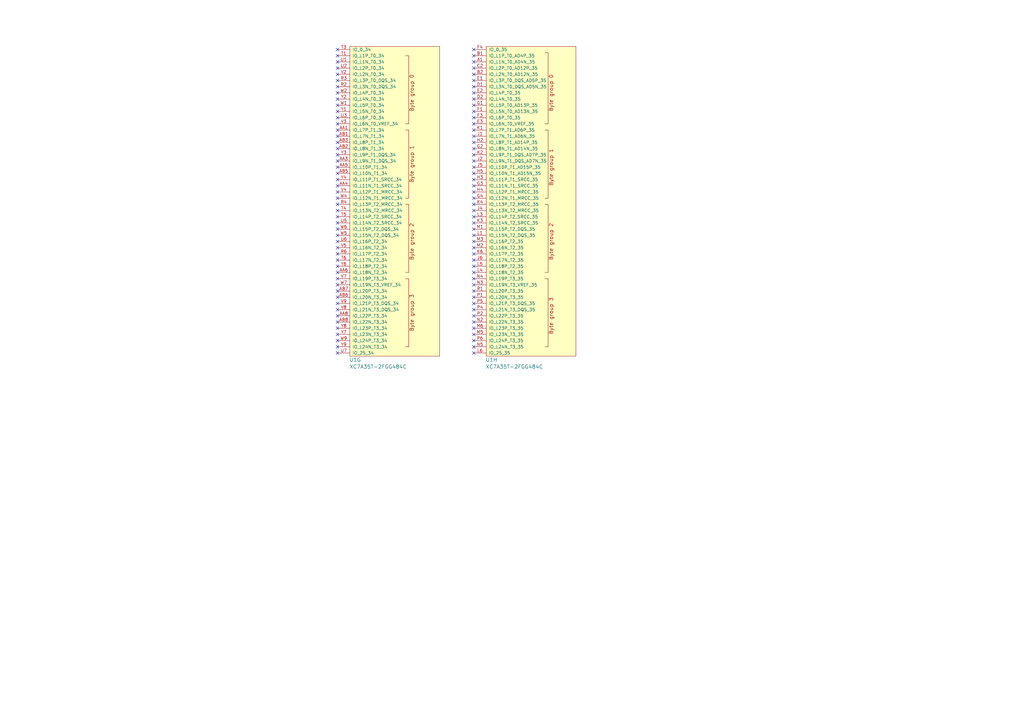
<source format=kicad_sch>
(kicad_sch (version 20231120) (generator "eeschema") (generator_version "8.0")
  (paper "A3")
  (title_block (title "Andrew D. Zonenberg") (date "2025-01-20") (rev "0.1") (company "Antikernel Labs"))
  (lib_symbols
    (symbol "xilinx-azonenberg:XC7AxxxT-xFBG484" (pin_names (offset 1.016))
      (property "Reference" "U" (at 0 -2.54 0))
      (property "Value" "XC7AxxxT-xFBG484" (at 27.94 -2.54 0))
      (symbol "XC7AxxxT-xFBG484_0_1"
        (rectangle (start 0 125.73) (end 36.83 -1.27) (fill (type background)))
      )
      (symbol "XC7AxxxT-xFBG484_1_1"
        (pin output line (at -5.08 17.78 0) (length 5.08) (name "DONE") (number "G11"))
        (pin power_in line (at -5.08 58.42 0) (length 5.08) (name "XADC_VP") (number "L10"))
        (pin bidirectional line (at -5.08 22.86 0) (length 5.08) (name "CCLK") (number "L12"))
        (pin power_in line (at -5.08 48.26 0) (length 5.08) (name "XADC_VREF_N") (number "L9"))
        (pin power_in line (at -5.08 50.8 0) (length 5.08) (name "XADC_VREF_P") (number "M10"))
        (pin power_in line (at -5.08 55.88 0) (length 5.08) (name "XADC_VN") (number "M9"))
        (pin passive line (at -5.08 40.64 0) (length 5.08) (name "THERMAL_D_P") (number "N10"))
        (pin input line (at -5.08 12.7 0) (length 5.08) (name "PROG_B") (number "N12"))
        (pin passive line (at -5.08 43.18 0) (length 5.08) (name "THERMAL_D_N") (number "N9"))
        (pin input line (at -5.08 30.48 0) (length 5.08) (name "TDI") (number "R13"))
        (pin input line (at -5.08 27.94 0) (length 5.08) (name "TMS") (number "T13"))
        (pin input line (at -5.08 2.54 0) (length 5.08) (name "M1") (number "U10"))
        (pin input line (at -5.08 5.08 0) (length 5.08) (name "M0") (number "U11"))
        (pin bidirectional line (at -5.08 15.24 0) (length 5.08) (name "INIT_B") (number "U12"))
        (pin output line (at -5.08 33.02 0) (length 5.08) (name "TDO") (number "U13"))
        (pin input line (at -5.08 7.62 0) (length 5.08) (name "CFGBVS") (number "U8"))
        (pin input line (at -5.08 0 0) (length 5.08) (name "M2") (number "U9"))
        (pin input line (at -5.08 35.56 0) (length 5.08) (name "TCK") (number "V12"))
      )
      (symbol "XC7AxxxT-xFBG484_2_0"
        (polyline (pts (xy 12.7 43.18) (xy 13.97 43.18) (xy 13.97 29.21) (xy 12.7 29.21)))
        (polyline (pts (xy 12.7 60.96) (xy 13.97 60.96) (xy 13.97 48.26) (xy 12.7 48.26)))
        (polyline (pts (xy 12.7 124.46) (xy 13.97 124.46) (xy 13.97 66.04) (xy 12.7 66.04)))
        (text "1.0V" (at 15.24 93.98 900) (effects (font (size 1.524 1.524))))
        (text "1.2V" (at 15.24 54.61 900) (effects (font (size 1.524 1.524))))
        (text "1.5V" (at 15.24 13.97 0) (effects (font (size 1.524 1.524))))
        (text "1.8V" (at 15.24 35.56 900) (effects (font (size 1.524 1.524))))
      )
      (symbol "XC7AxxxT-xFBG484_2_1"
        (pin power_in line (at 41.91 52.07 180) (length 5.08) (name "VCCO_16") (number "A17"))
        (pin power_in line (at 41.91 105.41 180) (length 5.08) (name "VCCO_13") (number "AA17"))
        (pin power_in line (at 41.91 34.29 180) (length 5.08) (name "VCCO_34") (number "AA7"))
        (pin power_in line (at 41.91 107.95 180) (length 5.08) (name "VCCO_13") (number "AB14"))
        (pin power_in line (at 41.91 36.83 180) (length 5.08) (name "VCCO_34") (number "AB4"))
        (pin power_in line (at -5.08 58.42 0) (length 5.08) (name "MGTAVTT") (number "B11"))
        (pin power_in line (at 41.91 54.61 180) (length 5.08) (name "VCCO_16") (number "B14"))
        (pin power_in line (at -5.08 48.26 0) (length 5.08) (name "MGTAVTT") (number "B5"))
        (pin power_in line (at -5.08 50.8 0) (length 5.08) (name "MGTAVTT") (number "B7"))
        (pin power_in line (at -5.08 55.88 0) (length 5.08) (name "MGTAVTT") (number "B9"))
        (pin power_in line (at 41.91 16.51 180) (length 5.08) (name "VCCO_35") (number "C1"))
        (pin power_in line (at 41.91 57.15 180) (length 5.08) (name "VCCO_16") (number "C21"))
        (pin power_in line (at -5.08 60.96 0) (length 5.08) (name "MGTAVTT") (number "C4"))
        (pin power_in line (at -5.08 53.34 0) (length 5.08) (name "MGTAVTT") (number "C8"))
        (pin power_in line (at -5.08 68.58 0) (length 5.08) (name "MGTAVCC") (number "D10"))
        (pin power_in line (at 41.91 59.69 180) (length 5.08) (name "VCCO_16") (number "D18"))
        (pin power_in line (at -5.08 66.04 0) (length 5.08) (name "MGTAVCC") (number "D6"))
        (pin power_in line (at -5.08 13.97 0) (length 5.08) (name "VCCBATT") (number "E12"))
        (pin power_in line (at 41.91 62.23 180) (length 5.08) (name "VCCO_16") (number "E15"))
        (pin power_in line (at -5.08 73.66 0) (length 5.08) (name "MGTAVCC") (number "E8"))
        (pin power_in line (at 41.91 120.65 180) (length 5.08) (name "VCCO_0") (number "F12"))
        (pin power_in line (at 41.91 19.05 180) (length 5.08) (name "VCCO_35") (number "F2"))
        (pin power_in line (at 41.91 64.77 180) (length 5.08) (name "VCCO_16") (number "F22"))
        (pin power_in line (at -5.08 76.2 0) (length 5.08) (name "MGTAVCC") (number "F7"))
        (pin power_in line (at -5.08 71.12 0) (length 5.08) (name "MGTAVCC") (number "F9"))
        (pin power_in line (at 41.91 69.85 180) (length 5.08) (name "VCCO_15") (number "G19"))
        (pin power_in line (at -5.08 91.44 0) (length 5.08) (name "VCCINT") (number "H10"))
        (pin power_in line (at -5.08 33.02 0) (length 5.08) (name "VCCAUX") (number "H12"))
        (pin power_in line (at 41.91 72.39 180) (length 5.08) (name "VCCO_15") (number "H16"))
        (pin power_in line (at 41.91 21.59 180) (length 5.08) (name "VCCO_35") (number "H6"))
        (pin power_in line (at -5.08 93.98 0) (length 5.08) (name "VCCINT") (number "H8"))
        (pin power_in line (at -5.08 81.28 0) (length 5.08) (name "VCCBRAM") (number "J11"))
        (pin power_in line (at 41.91 74.93 180) (length 5.08) (name "VCCO_15") (number "J13"))
        (pin power_in line (at 41.91 24.13 180) (length 5.08) (name "VCCO_35") (number "J3"))
        (pin power_in line (at -5.08 96.52 0) (length 5.08) (name "VCCINT") (number "J7"))
        (pin power_in line (at -5.08 99.06 0) (length 5.08) (name "VCCINT") (number "J9"))
        (pin power_in line (at -5.08 29.21 0) (length 5.08) (name "VCCADC") (number "K10"))
        (pin power_in line (at -5.08 35.56 0) (length 5.08) (name "VCCAUX") (number "K12"))
        (pin power_in line (at 41.91 77.47 180) (length 5.08) (name "VCCO_15") (number "K20"))
        (pin power_in line (at -5.08 104.14 0) (length 5.08) (name "VCCINT") (number "K8"))
        (pin power_in line (at -5.08 83.82 0) (length 5.08) (name "VCCBRAM") (number "L11"))
        (pin power_in line (at 41.91 80.01 180) (length 5.08) (name "VCCO_15") (number "L17"))
        (pin power_in line (at -5.08 101.6 0) (length 5.08) (name "VCCINT") (number "L7"))
        (pin power_in line (at -5.08 38.1 0) (length 5.08) (name "VCCAUX") (number "M12"))
        (pin power_in line (at 41.91 87.63 180) (length 5.08) (name "VCCO_14") (number "M14"))
        (pin power_in line (at 41.91 26.67 180) (length 5.08) (name "VCCO_35") (number "M4"))
        (pin power_in line (at -5.08 106.68 0) (length 5.08) (name "VCCINT") (number "M8"))
        (pin power_in line (at 41.91 29.21 180) (length 5.08) (name "VCCO_35") (number "N1"))
        (pin power_in line (at -5.08 86.36 0) (length 5.08) (name "VCCBRAM") (number "N11"))
        (pin power_in line (at 41.91 82.55 180) (length 5.08) (name "VCCO_15") (number "N21"))
        (pin power_in line (at -5.08 109.22 0) (length 5.08) (name "VCCINT") (number "N7"))
        (pin power_in line (at -5.08 114.3 0) (length 5.08) (name "VCCINT") (number "P10"))
        (pin power_in line (at -5.08 40.64 0) (length 5.08) (name "VCCAUX") (number "P12"))
        (pin power_in line (at 41.91 90.17 180) (length 5.08) (name "VCCO_14") (number "P18"))
        (pin power_in line (at -5.08 111.76 0) (length 5.08) (name "VCCINT") (number "P8"))
        (pin power_in line (at -5.08 43.18 0) (length 5.08) (name "VCCAUX") (number "R11"))
        (pin power_in line (at 41.91 92.71 180) (length 5.08) (name "VCCO_14") (number "R15"))
        (pin power_in line (at 41.91 39.37 180) (length 5.08) (name "VCCO_34") (number "R5"))
        (pin power_in line (at -5.08 116.84 0) (length 5.08) (name "VCCINT") (number "R7"))
        (pin power_in line (at -5.08 119.38 0) (length 5.08) (name "VCCINT") (number "R9"))
        (pin power_in line (at -5.08 121.92 0) (length 5.08) (name "VCCINT") (number "T10"))
        (pin power_in line (at 41.91 123.19 180) (length 5.08) (name "VCCO_0") (number "T12"))
        (pin power_in line (at 41.91 41.91 180) (length 5.08) (name "VCCO_34") (number "T2"))
        (pin power_in line (at 41.91 95.25 180) (length 5.08) (name "VCCO_14") (number "T22"))
        (pin power_in line (at -5.08 124.46 0) (length 5.08) (name "VCCINT") (number "T8"))
        (pin power_in line (at 41.91 97.79 180) (length 5.08) (name "VCCO_14") (number "U19"))
        (pin power_in line (at 41.91 110.49 180) (length 5.08) (name "VCCO_13") (number "V16"))
        (pin power_in line (at 41.91 44.45 180) (length 5.08) (name "VCCO_34") (number "V6"))
        (pin power_in line (at 41.91 113.03 180) (length 5.08) (name "VCCO_13") (number "W13"))
        (pin power_in line (at 41.91 46.99 180) (length 5.08) (name "VCCO_34") (number "W3"))
        (pin power_in line (at 41.91 115.57 180) (length 5.08) (name "VCCO_13") (number "Y10"))
        (pin power_in line (at 41.91 100.33 180) (length 5.08) (name "VCCO_14") (number "Y20"))
      )
      (symbol "XC7AxxxT-xFBG484_3_0"
        (text "Byte group 0" (at 25.4 107.95 900) (effects (font (size 1.524 1.524))))
        (text "Byte group 1" (at 25.4 77.47 900) (effects (font (size 1.524 1.524))))
        (text "Byte group 2" (at 25.4 46.99 900) (effects (font (size 1.524 1.524))))
      )
      (symbol "XC7AxxxT-xFBG484_3_1"
        (polyline (pts (xy 22.86 60.96) (xy 24.13 60.96) (xy 24.13 33.02) (xy 22.86 33.02)))
        (polyline (pts (xy 22.86 91.44) (xy 24.13 91.44) (xy 24.13 63.5) (xy 22.86 63.5)))
        (polyline (pts (xy 22.86 121.92) (xy 24.13 121.92) (xy 24.13 93.98) (xy 22.86 93.98)))
        (pin bidirectional line (at -5.08 81.28 0) (length 5.08) (name "IO_L9P_T1_DQS_13") (number "AA10"))
        (pin bidirectional line (at -5.08 78.74 0) (length 5.08) (name "IO_L9N_T1_DQS_13") (number "AA11"))
        (pin bidirectional line (at -5.08 111.76 0) (length 5.08) (name "IO_L3P_T0_DQS_13") (number "AA13"))
        (pin bidirectional line (at -5.08 99.06 0) (length 5.08) (name "IO_L5N_T0_13") (number "AA14"))
        (pin bidirectional line (at -5.08 106.68 0) (length 5.08) (name "IO_L4P_T0_13") (number "AA15"))
        (pin bidirectional line (at -5.08 119.38 0) (length 5.08) (name "IO_L1N_T0_13") (number "AA16"))
        (pin bidirectional line (at -5.08 86.36 0) (length 5.08) (name "IO_L8P_T1_13") (number "AA9"))
        (pin bidirectional line (at -5.08 83.82 0) (length 5.08) (name "IO_L8N_T1_13") (number "AB10"))
        (pin bidirectional line (at -5.08 91.44 0) (length 5.08) (name "IO_L7P_T1_13") (number "AB11"))
        (pin bidirectional line (at -5.08 88.9 0) (length 5.08) (name "IO_L7N_T1_13") (number "AB12"))
        (pin bidirectional line (at -5.08 109.22 0) (length 5.08) (name "IO_L3N_T0_DQS_13") (number "AB13"))
        (pin bidirectional line (at -5.08 104.14 0) (length 5.08) (name "IO_L4N_T0_13") (number "AB15"))
        (pin bidirectional line (at -5.08 116.84 0) (length 5.08) (name "IO_L2P_T0_13") (number "AB16"))
        (pin bidirectional line (at -5.08 114.3 0) (length 5.08) (name "IO_L2N_T0_13") (number "AB17"))
        (pin bidirectional line (at -5.08 50.8 0) (length 5.08) (name "IO_L15P_T2_DQS_13") (number "T14"))
        (pin bidirectional line (at -5.08 48.26 0) (length 5.08) (name "IO_L15N_T2_DQS_13") (number "T15"))
        (pin bidirectional line (at -5.08 40.64 0) (length 5.08) (name "IO_L17P_T2_13") (number "T16"))
        (pin bidirectional line (at -5.08 55.88 0) (length 5.08) (name "IO_L14P_T2_SRCC_13") (number "U15"))
        (pin bidirectional line (at -5.08 38.1 0) (length 5.08) (name "IO_L17N_T2_13") (number "U16"))
        (pin bidirectional line (at -5.08 76.2 0) (length 5.08) (name "IO_L10_PT1_13") (number "V10"))
        (pin bidirectional line (at -5.08 60.96 0) (length 5.08) (name "IO_L13P_T2_MRCC_13") (number "V13"))
        (pin bidirectional line (at -5.08 58.42 0) (length 5.08) (name "IO_L13N_T2_MRCC_13") (number "V14"))
        (pin bidirectional line (at -5.08 53.34 0) (length 5.08) (name "IO_L14N_T2_SRCC_13") (number "V15"))
        (pin bidirectional line (at -5.08 73.66 0) (length 5.08) (name "IO_L10N_T1_13") (number "W10"))
        (pin bidirectional line (at -5.08 66.04 0) (length 5.08) (name "IO_L12P_T1_MRCC_13") (number "W11"))
        (pin bidirectional line (at -5.08 63.5 0) (length 5.08) (name "IO_12N_T1_MRCC_13") (number "W12"))
        (pin bidirectional line (at -5.08 96.52 0) (length 5.08) (name "IO_L6P_T0_13") (number "W14"))
        (pin bidirectional line (at -5.08 45.72 0) (length 5.08) (name "IO_L16P_T2_13") (number "W15"))
        (pin bidirectional line (at -5.08 43.18 0) (length 5.08) (name "IO_L16N_T2_13") (number "W16"))
        (pin bidirectional line (at -5.08 71.12 0) (length 5.08) (name "IO_L11P_T1_SRCC_13") (number "Y11"))
        (pin bidirectional line (at -5.08 68.58 0) (length 5.08) (name "IO_L11N_T1_SRCC_13") (number "Y12"))
        (pin bidirectional line (at -5.08 101.6 0) (length 5.08) (name "IO_L5P_T0_13") (number "Y13"))
        (pin bidirectional line (at -5.08 93.98 0) (length 5.08) (name "IO_L6N_T0_VREF_13") (number "Y14"))
        (pin bidirectional line (at -5.08 121.92 0) (length 5.08) (name "IO_L1P_T0_13") (number "Y16"))
        (pin bidirectional line (at -5.08 124.46 0) (length 5.08) (name "IO_0_13") (number "Y17"))
      )
      (symbol "XC7AxxxT-xFBG484_4_0"
        (text "Byte group 0" (at 34.29 106.68 900) (effects (font (size 1.524 1.524))))
        (text "Byte group 1" (at 34.29 77.47 900) (effects (font (size 1.524 1.524))))
        (text "Byte group 2" (at 34.29 46.99 900) (effects (font (size 1.524 1.524))))
        (text "Byte group 3" (at 34.29 16.51 900) (effects (font (size 1.524 1.524))))
      )
      (symbol "XC7AxxxT-xFBG484_4_1"
        (polyline (pts (xy 31.75 30.48) (xy 33.02 30.48) (xy 33.02 2.54) (xy 31.75 2.54)))
        (polyline (pts (xy 31.75 60.96) (xy 33.02 60.96) (xy 33.02 33.02) (xy 31.75 33.02)))
        (polyline (pts (xy 31.75 91.44) (xy 33.02 91.44) (xy 33.02 63.5) (xy 31.75 63.5)))
        (polyline (pts (xy 31.75 121.92) (xy 33.02 121.92) (xy 33.02 93.98) (xy 31.75 93.98)))
        (pin bidirectional line (at -5.08 40.64 0) (length 5.08) (name "IO_L17P_T2_A14_D30_14") (number "AA18"))
        (pin bidirectional line (at -5.08 50.8 0) (length 5.08) (name "IO_L15P_T2_DQS_RDWR_B_14") (number "AA19"))
        (pin bidirectional line (at -5.08 86.36 0) (length 5.08) (name "IO_L8P_T1_D11_14") (number "AA20"))
        (pin bidirectional line (at -5.08 83.82 0) (length 5.08) (name "IO_L8N_T1_D12_14") (number "AA21"))
        (pin bidirectional line (at -5.08 38.1 0) (length 5.08) (name "IO_L17N_T2_A13_D29_14") (number "AB18"))
        (pin bidirectional line (at -5.08 48.26 0) (length 5.08) (name "IO_L15N_T2_DQS_DOUT_CSO_B_14") (number "AB20"))
        (pin bidirectional line (at -5.08 76.2 0) (length 5.08) (name "IO_L10P_T1_D14_14") (number "AB21"))
        (pin bidirectional line (at -5.08 73.66 0) (length 5.08) (name "IO_L10N_T1_D15_14") (number "AB22"))
        (pin bidirectional line (at -5.08 10.16 0) (length 5.08) (name "IO_L23P_T3_A03_D19_14") (number "N13"))
        (pin bidirectional line (at -5.08 7.62 0) (length 5.08) (name "IO_L23N_T3_A02_D18_14") (number "N14"))
        (pin bidirectional line (at -5.08 0 0) (length 5.08) (name "IO_25_14") (number "N15"))
        (pin bidirectional line (at -5.08 20.32 0) (length 5.08) (name "IO_L21P_T3_DQS_14") (number "N17"))
        (pin bidirectional line (at -5.08 30.48 0) (length 5.08) (name "IO_L19P_T3_A10_D26_14") (number "P14"))
        (pin bidirectional line (at -5.08 15.24 0) (length 5.08) (name "IO_L22P_T3_A05_D21_14") (number "P15"))
        (pin bidirectional line (at -5.08 5.08 0) (length 5.08) (name "IO_L24P_T3_A01_D17_14") (number "P16"))
        (pin bidirectional line (at -5.08 17.78 0) (length 5.08) (name "IO_L21N_T3_DQS_A06_D22_14") (number "P17"))
        (pin bidirectional line (at -5.08 101.6 0) (length 5.08) (name "IO_L5P_T0_D06_14") (number "P19"))
        (pin bidirectional line (at -5.08 124.46 0) (length 5.08) (name "IO_0_14") (number "P20"))
        (pin bidirectional line (at -5.08 116.84 0) (length 5.08) (name "IO_L2P_T0_D02_14") (number "P21"))
        (pin bidirectional line (at -5.08 121.92 0) (length 5.08) (name "IO_L1P_T0_D00_MOSI_14") (number "P22"))
        (pin bidirectional line (at -5.08 27.94 0) (length 5.08) (name "IO_L19N_T3_A09_D25_VREF_14") (number "R14"))
        (pin bidirectional line (at -5.08 12.7 0) (length 5.08) (name "IO_L22N_T3_A04_D20_14") (number "R16"))
        (pin bidirectional line (at -5.08 2.54 0) (length 5.08) (name "IO_L24N_T3_A00_D16_14") (number "R17"))
        (pin bidirectional line (at -5.08 25.4 0) (length 5.08) (name "IO_L20P_T3_A08_D24_14") (number "R18"))
        (pin bidirectional line (at -5.08 99.06 0) (length 5.08) (name "IO_L5N_T0_D07_14") (number "R19"))
        (pin bidirectional line (at -5.08 114.3 0) (length 5.08) (name "IO_L2N_T0_D03_14") (number "R21"))
        (pin bidirectional line (at -5.08 119.38 0) (length 5.08) (name "IO_L1N_T0_D01_DIN_14") (number "R22"))
        (pin bidirectional line (at -5.08 22.86 0) (length 5.08) (name "IO_L20N_T3_A07_D23_14") (number "T18"))
        (pin bidirectional line (at -5.08 96.52 0) (length 5.08) (name "IO_L6P_T0_FCS_B_14") (number "T19"))
        (pin bidirectional line (at -5.08 93.98 0) (length 5.08) (name "IO_L6N_T0_D08_VREF_14") (number "T20"))
        (pin bidirectional line (at -5.08 106.68 0) (length 5.08) (name "IO_L4P_T0_D04_14") (number "T21"))
        (pin bidirectional line (at -5.08 35.56 0) (length 5.08) (name "IO_L18P_T2_A12_D28_14") (number "U17"))
        (pin bidirectional line (at -5.08 33.02 0) (length 5.08) (name "IO_L18N_T2_A11_D27_14") (number "U18"))
        (pin bidirectional line (at -5.08 71.12 0) (length 5.08) (name "IO_L11P_T1_SRCC_14") (number "U20"))
        (pin bidirectional line (at -5.08 104.14 0) (length 5.08) (name "IO_L4N_T0_D05_14") (number "U21"))
        (pin bidirectional line (at -5.08 111.76 0) (length 5.08) (name "IO_L3P_T0_DQS_PUDC_B_14") (number "U22"))
        (pin bidirectional line (at -5.08 45.72 0) (length 5.08) (name "IO_L16P_T2_CSI_B_14") (number "V17"))
        (pin bidirectional line (at -5.08 55.88 0) (length 5.08) (name "IO_L14P_T2_SRCC_14") (number "V18"))
        (pin bidirectional line (at -5.08 53.34 0) (length 5.08) (name "IO_L14N_T2_SRCC_14") (number "V19"))
        (pin bidirectional line (at -5.08 68.58 0) (length 5.08) (name "IO_L11N_T1_SRCC_14") (number "V20"))
        (pin bidirectional line (at -5.08 109.22 0) (length 5.08) (name "IO_L3N_T0_DQS_EMCCLK_14") (number "V22"))
        (pin bidirectional line (at -5.08 43.18 0) (length 5.08) (name "IO_L16N_T2_A15_D31_14") (number "W17"))
        (pin bidirectional line (at -5.08 66.04 0) (length 5.08) (name "IO_L12P_T1_MRCC_14") (number "W19"))
        (pin bidirectional line (at -5.08 63.5 0) (length 5.08) (name "IO_L12N_T1_MRCC_14") (number "W20"))
        (pin bidirectional line (at -5.08 91.44 0) (length 5.08) (name "IO_L7P_T1_D09_14") (number "W21"))
        (pin bidirectional line (at -5.08 88.9 0) (length 5.08) (name "IO_L7N_T1_D10_14") (number "W22"))
        (pin bidirectional line (at -5.08 60.96 0) (length 5.08) (name "IO_L13P_T2_MRCC_14") (number "Y18"))
        (pin bidirectional line (at -5.08 58.42 0) (length 5.08) (name "IO_L13N_T2_MRCC_14") (number "Y19"))
        (pin bidirectional line (at -5.08 81.28 0) (length 5.08) (name "IO_L9P_T1_DQS_14") (number "Y21"))
        (pin bidirectional line (at -5.08 78.74 0) (length 5.08) (name "IO_L9N_T1_DQS_D13_14") (number "Y22"))
      )
      (symbol "XC7AxxxT-xFBG484_5_0"
        (text "Byte group 0" (at 31.75 106.68 900) (effects (font (size 1.524 1.524))))
        (text "Byte group 1" (at 31.75 76.2 900) (effects (font (size 1.524 1.524))))
        (text "Byte group 2" (at 31.75 45.72 900) (effects (font (size 1.524 1.524))))
        (text "Byte group 3" (at 31.75 15.24 900) (effects (font (size 1.524 1.524))))
      )
      (symbol "XC7AxxxT-xFBG484_5_1"
        (polyline (pts (xy 29.21 29.21) (xy 30.48 29.21) (xy 30.48 1.27) (xy 29.21 1.27)))
        (polyline (pts (xy 29.21 59.69) (xy 30.48 59.69) (xy 30.48 31.75) (xy 29.21 31.75)))
        (polyline (pts (xy 29.21 90.17) (xy 30.48 90.17) (xy 30.48 62.23) (xy 29.21 62.23)))
        (polyline (pts (xy 29.21 121.92) (xy 30.48 121.92) (xy 30.48 92.71) (xy 29.21 92.71)))
        (pin bidirectional line (at -5.08 119.38 0) (length 5.08) (name "IO_L1N_T0_AD0N_15") (number "G13"))
        (pin bidirectional line (at -5.08 116.84 0) (length 5.08) (name "IO_L2P_T0_AD8P_15") (number "G15"))
        (pin bidirectional line (at -5.08 114.3 0) (length 5.08) (name "IO_L2N_T0_AD8N_15") (number "G16"))
        (pin bidirectional line (at -5.08 106.68 0) (length 5.08) (name "IO_L4P_T0_AD9P_15") (number "G17"))
        (pin bidirectional line (at -5.08 104.14 0) (length 5.08) (name "IO_L4N_T0_AD9N_15") (number "G18"))
        (pin bidirectional line (at -5.08 83.82 0) (length 5.08) (name "IO_L8N_T1_AD10N_15") (number "G20"))
        (pin bidirectional line (at -5.08 121.92 0) (length 5.08) (name "IO_L1P_T0_AD0P_15") (number "H13"))
        (pin bidirectional line (at -5.08 109.22 0) (length 5.08) (name "IO_L3N_T0_DQS_AD1N_15") (number "H14"))
        (pin bidirectional line (at -5.08 99.06 0) (length 5.08) (name "IO_L5N_T0_AD9N_15") (number "H15"))
        (pin bidirectional line (at -5.08 96.52 0) (length 5.08) (name "IO_L6P_T0_15") (number "H17"))
        (pin bidirectional line (at -5.08 93.98 0) (length 5.08) (name "IO_L6N_T0_VREF_15") (number "H18"))
        (pin bidirectional line (at -5.08 63.5 0) (length 5.08) (name "IO_L12N_T1_MRCC_15") (number "H19"))
        (pin bidirectional line (at -5.08 86.36 0) (length 5.08) (name "IO_L8P_T1_AD10P_15") (number "H20"))
        (pin bidirectional line (at -5.08 88.9 0) (length 5.08) (name "IO_L7N_T1_AD2N_15") (number "H22"))
        (pin bidirectional line (at -5.08 111.76 0) (length 5.08) (name "IO_L3P_T0_DQS_AD1P_15") (number "J14"))
        (pin bidirectional line (at -5.08 101.6 0) (length 5.08) (name "IO_L5P_T0_AD9P_15") (number "J15"))
        (pin bidirectional line (at -5.08 124.46 0) (length 5.08) (name "IO_0_15") (number "J16"))
        (pin bidirectional line (at -5.08 17.78 0) (length 5.08) (name "IO_L21N_T3_DQS_A18_15") (number "J17"))
        (pin bidirectional line (at -5.08 66.04 0) (length 5.08) (name "IO_L12P_T1_MRCC_15") (number "J19"))
        (pin bidirectional line (at -5.08 71.12 0) (length 5.08) (name "IO_L11P_T1_SRCC_15") (number "J20"))
        (pin bidirectional line (at -5.08 68.58 0) (length 5.08) (name "IO_L11N_T1_SRCC_15") (number "J21"))
        (pin bidirectional line (at -5.08 91.44 0) (length 5.08) (name "IO_L7P_T1_AD2P_15") (number "J22"))
        (pin bidirectional line (at -5.08 30.48 0) (length 5.08) (name "IO_L19P_T3_A22_15") (number "K13"))
        (pin bidirectional line (at -5.08 27.94 0) (length 5.08) (name "IO_L19N_T3_A21_VREF_15") (number "K14"))
        (pin bidirectional line (at -5.08 7.62 0) (length 5.08) (name "IO_L23N_T3_FWE_B_15") (number "K16"))
        (pin bidirectional line (at -5.08 20.32 0) (length 5.08) (name "IO_L21P_T3_DQS_15") (number "K17"))
        (pin bidirectional line (at -5.08 60.96 0) (length 5.08) (name "IO_L13P_T2_MRCC_15") (number "K18"))
        (pin bidirectional line (at -5.08 58.42 0) (length 5.08) (name "IO_L13N_T2_MRCC_15") (number "K19"))
        (pin bidirectional line (at -5.08 81.28 0) (length 5.08) (name "IO_L9P_T1_DQS_AD3P_15") (number "K21"))
        (pin bidirectional line (at -5.08 78.74 0) (length 5.08) (name "IO_L9N_T1_DQS_AD3N_15") (number "K22"))
        (pin bidirectional line (at -5.08 22.86 0) (length 5.08) (name "IO_L20N_T3_A19_15") (number "L13"))
        (pin bidirectional line (at -5.08 15.24 0) (length 5.08) (name "IO_L22P_T3_A17_15") (number "L14"))
        (pin bidirectional line (at -5.08 12.7 0) (length 5.08) (name "IO_L22N_T3_A16_15") (number "L15"))
        (pin bidirectional line (at -5.08 10.16 0) (length 5.08) (name "IO_L23P_T3_FOE_B_15") (number "L16"))
        (pin bidirectional line (at -5.08 43.18 0) (length 5.08) (name "IO_L16N_T2_A27_15") (number "L18"))
        (pin bidirectional line (at -5.08 55.88 0) (length 5.08) (name "IO_L14P_T2_SRCC_15") (number "L19"))
        (pin bidirectional line (at -5.08 53.34 0) (length 5.08) (name "IO_L14N_T2_SRCC_15") (number "L20"))
        (pin bidirectional line (at -5.08 73.66 0) (length 5.08) (name "IO_L10N_T1_AD11N_15") (number "L21"))
        (pin bidirectional line (at -5.08 25.4 0) (length 5.08) (name "IO_L20P_T3_A20_15") (number "M13"))
        (pin bidirectional line (at -5.08 5.08 0) (length 5.08) (name "IO_L24P_T3_RS1_15") (number "M15"))
        (pin bidirectional line (at -5.08 2.54 0) (length 5.08) (name "IO_L24N_T3_RS0_15") (number "M16"))
        (pin bidirectional line (at -5.08 0 0) (length 5.08) (name "IO_25_15") (number "M17"))
        (pin bidirectional line (at -5.08 45.72 0) (length 5.08) (name "IO_L16P_T2_A28_15") (number "M18"))
        (pin bidirectional line (at -5.08 33.02 0) (length 5.08) (name "IO_L18N_T2_A23_15") (number "M20"))
        (pin bidirectional line (at -5.08 76.2 0) (length 5.08) (name "IO_L10P_T1_AD11P_15") (number "M21"))
        (pin bidirectional line (at -5.08 48.26 0) (length 5.08) (name "IO_L15N_T2_DQS_ADV_B_15") (number "M22"))
        (pin bidirectional line (at -5.08 40.64 0) (length 5.08) (name "IO_L17P_T2_A26_15") (number "N18"))
        (pin bidirectional line (at -5.08 38.1 0) (length 5.08) (name "IO_L17N_T2_A25_15") (number "N19"))
        (pin bidirectional line (at -5.08 35.56 0) (length 5.08) (name "IO_L18P_T2_A24_15") (number "N20"))
        (pin bidirectional line (at -5.08 50.8 0) (length 5.08) (name "IO_L15P_T2_DQS_15") (number "N22"))
      )
      (symbol "XC7AxxxT-xFBG484_6_0"
        (text "Byte group 0" (at 26.67 106.68 900) (effects (font (size 1.524 1.524))))
        (text "Byte group 1" (at 26.67 77.47 900) (effects (font (size 1.524 1.524))))
        (text "Byte group 2" (at 26.67 46.99 900) (effects (font (size 1.524 1.524))))
        (text "Byte group 3" (at 26.67 16.51 900) (effects (font (size 1.524 1.524))))
      )
      (symbol "XC7AxxxT-xFBG484_6_1"
        (polyline (pts (xy 24.13 30.48) (xy 25.4 30.48) (xy 25.4 2.54) (xy 24.13 2.54)))
        (polyline (pts (xy 24.13 60.96) (xy 25.4 60.96) (xy 25.4 33.02) (xy 24.13 33.02)))
        (polyline (pts (xy 24.13 91.44) (xy 25.4 91.44) (xy 25.4 63.5) (xy 24.13 63.5)))
        (polyline (pts (xy 24.13 93.98) (xy 25.4 93.98) (xy 25.4 121.92) (xy 24.13 121.92)))
        (pin bidirectional line (at -5.08 76.2 0) (length 5.08) (name "IO_L10P_T1_16") (number "A13"))
        (pin bidirectional line (at -5.08 73.66 0) (length 5.08) (name "IO_L10N_T1_16") (number "A14"))
        (pin bidirectional line (at -5.08 81.28 0) (length 5.08) (name "IO_L9P_T1_DQS_16") (number "A15"))
        (pin bidirectional line (at -5.08 78.74 0) (length 5.08) (name "IO_L9N_T1_DQS_16") (number "A16"))
        (pin bidirectional line (at -5.08 40.64 0) (length 5.08) (name "IO_L17P_T2_16") (number "A18"))
        (pin bidirectional line (at -5.08 38.1 0) (length 5.08) (name "IO_L17N_T2_16") (number "A19"))
        (pin bidirectional line (at -5.08 43.18 0) (length 5.08) (name "IO_L16N_T2_16") (number "A20"))
        (pin bidirectional line (at -5.08 17.78 0) (length 5.08) (name "IO_L21N_T3_DQS_16") (number "A21"))
        (pin bidirectional line (at -5.08 83.82 0) (length 5.08) (name "IO_L8N_T1_16") (number "B13"))
        (pin bidirectional line (at -5.08 91.44 0) (length 5.08) (name "IO_L7P_T1_16") (number "B15"))
        (pin bidirectional line (at -5.08 88.9 0) (length 5.08) (name "IO_L7N_T1_16") (number "B16"))
        (pin bidirectional line (at -5.08 71.12 0) (length 5.08) (name "IO_L11P_T1_SRCC_16") (number "B17"))
        (pin bidirectional line (at -5.08 68.58 0) (length 5.08) (name "IO_L11N_T1_SRCC_16") (number "B18"))
        (pin bidirectional line (at -5.08 45.72 0) (length 5.08) (name "IO_L16P_T2_16") (number "B20"))
        (pin bidirectional line (at -5.08 20.32 0) (length 5.08) (name "IO_L21P_T3_DQS_16") (number "B21"))
        (pin bidirectional line (at -5.08 22.86 0) (length 5.08) (name "IO_L20N_T3_16") (number "B22"))
        (pin bidirectional line (at -5.08 86.36 0) (length 5.08) (name "IO_L8P_T1_16") (number "C13"))
        (pin bidirectional line (at -5.08 111.76 0) (length 5.08) (name "IO_L3P_T0_DQS_16") (number "C14"))
        (pin bidirectional line (at -5.08 109.22 0) (length 5.08) (name "IO_L3N_T0_DQS_16") (number "C15"))
        (pin bidirectional line (at -5.08 63.5 0) (length 5.08) (name "IO_L12N_T1_MRCC_16") (number "C17"))
        (pin bidirectional line (at -5.08 60.96 0) (length 5.08) (name "IO_L13P_T2_MRCC_16") (number "C18"))
        (pin bidirectional line (at -5.08 58.42 0) (length 5.08) (name "IO_L13N_T2_MRCC_16") (number "C19"))
        (pin bidirectional line (at -5.08 27.94 0) (length 5.08) (name "IO_L19N_T3_VREF_16") (number "C20"))
        (pin bidirectional line (at -5.08 25.4 0) (length 5.08) (name "IO_L20P_T3_16") (number "C22"))
        (pin bidirectional line (at -5.08 96.52 0) (length 5.08) (name "IO_L6P_T0_16") (number "D14"))
        (pin bidirectional line (at -5.08 93.98 0) (length 5.08) (name "IO_L6N_T0_VREF_16") (number "D15"))
        (pin bidirectional line (at -5.08 99.06 0) (length 5.08) (name "IO_L5N_T0_16") (number "D16"))
        (pin bidirectional line (at -5.08 66.04 0) (length 5.08) (name "IO_L12P_T1_MRCC_16") (number "D17"))
        (pin bidirectional line (at -5.08 53.34 0) (length 5.08) (name "IO_L14N_T2_SRCC_16") (number "D19"))
        (pin bidirectional line (at -5.08 30.48 0) (length 5.08) (name "IO_L19P_T3_16") (number "D20"))
        (pin bidirectional line (at -5.08 7.62 0) (length 5.08) (name "IO_L23N_T3_16") (number "D21"))
        (pin bidirectional line (at -5.08 12.7 0) (length 5.08) (name "IO_L22N_T3_16") (number "D22"))
        (pin bidirectional line (at -5.08 106.68 0) (length 5.08) (name "IO_L4P_T0_16") (number "E13"))
        (pin bidirectional line (at -5.08 104.14 0) (length 5.08) (name "IO_L4N_T0_16") (number "E14"))
        (pin bidirectional line (at -5.08 101.6 0) (length 5.08) (name "IO_L5P_T0_16") (number "E16"))
        (pin bidirectional line (at -5.08 114.3 0) (length 5.08) (name "IO_L2N_T0_16") (number "E17"))
        (pin bidirectional line (at -5.08 48.26 0) (length 5.08) (name "IO_L15N_T2_DQS_16") (number "E18"))
        (pin bidirectional line (at -5.08 55.88 0) (length 5.08) (name "IO_L14P_T2_SRCC_16") (number "E19"))
        (pin bidirectional line (at -5.08 10.16 0) (length 5.08) (name "IO_L23P_T3_16") (number "E21"))
        (pin bidirectional line (at -5.08 15.24 0) (length 5.08) (name "IO_L22P_T3_16") (number "E22"))
        (pin bidirectional line (at -5.08 121.92 0) (length 5.08) (name "IO_L1P_T0_16") (number "F13"))
        (pin bidirectional line (at -5.08 119.38 0) (length 5.08) (name "IO_L1N_T0_16") (number "F14"))
        (pin bidirectional line (at -5.08 124.46 0) (length 5.08) (name "IO_0_16") (number "F15"))
        (pin bidirectional line (at -5.08 116.84 0) (length 5.08) (name "IO_L2P_T0_16") (number "F16"))
        (pin bidirectional line (at -5.08 50.8 0) (length 5.08) (name "IO_L15P_T2_DQS_16") (number "F18"))
        (pin bidirectional line (at -5.08 35.56 0) (length 5.08) (name "IO_L18P_T2_16") (number "F19"))
        (pin bidirectional line (at -5.08 33.02 0) (length 5.08) (name "IO_L18N_T2_16") (number "F20"))
        (pin bidirectional line (at -5.08 0 0) (length 5.08) (name "IO_25_16") (number "F21"))
        (pin bidirectional line (at -5.08 5.08 0) (length 5.08) (name "IO_L24P_T3_16") (number "G21"))
        (pin bidirectional line (at -5.08 2.54 0) (length 5.08) (name "IO_L24N_T3_16") (number "G22"))
      )
      (symbol "XC7AxxxT-xFBG484_7_0"
        (text "Byte group 0" (at 25.4 106.68 900) (effects (font (size 1.524 1.524))))
        (text "Byte group 1" (at 25.4 77.47 900) (effects (font (size 1.524 1.524))))
        (text "Byte group 2" (at 25.4 45.72 900) (effects (font (size 1.524 1.524))))
        (text "Byte group 3" (at 25.4 16.51 900) (effects (font (size 1.524 1.524))))
      )
      (symbol "XC7AxxxT-xFBG484_7_1"
        (polyline (pts (xy 22.86 30.48) (xy 24.13 30.48) (xy 24.13 2.54) (xy 22.86 2.54)))
        (polyline (pts (xy 22.86 60.96) (xy 24.13 60.96) (xy 24.13 33.02) (xy 22.86 33.02)))
        (polyline (pts (xy 22.86 91.44) (xy 24.13 91.44) (xy 24.13 63.5) (xy 22.86 63.5)))
        (polyline (pts (xy 22.86 121.92) (xy 24.13 121.92) (xy 24.13 93.98) (xy 22.86 93.98)))
        (pin bidirectional line (at -5.08 91.44 0) (length 5.08) (name "IO_L7P_T1_34") (number "AA1"))
        (pin bidirectional line (at -5.08 78.74 0) (length 5.08) (name "IO_L9N_T1_DQS_34") (number "AA3"))
        (pin bidirectional line (at -5.08 68.58 0) (length 5.08) (name "IO_L11N_T1_SRCC_34") (number "AA4"))
        (pin bidirectional line (at -5.08 76.2 0) (length 5.08) (name "IO_L10P_T1_34") (number "AA5"))
        (pin bidirectional line (at -5.08 33.02 0) (length 5.08) (name "IO_L18N_T2_34") (number "AA6"))
        (pin bidirectional line (at -5.08 15.24 0) (length 5.08) (name "IO_L22P_T3_34") (number "AA8"))
        (pin bidirectional line (at -5.08 88.9 0) (length 5.08) (name "IO_L7N_T1_34") (number "AB1"))
        (pin bidirectional line (at -5.08 83.82 0) (length 5.08) (name "IO_L8N_T1_34") (number "AB2"))
        (pin bidirectional line (at -5.08 86.36 0) (length 5.08) (name "IO_L8P_T1_34") (number "AB3"))
        (pin bidirectional line (at -5.08 73.66 0) (length 5.08) (name "IO_L10N_T1_34") (number "AB5"))
        (pin bidirectional line (at -5.08 22.86 0) (length 5.08) (name "IO_L20N_T3_34") (number "AB6"))
        (pin bidirectional line (at -5.08 25.4 0) (length 5.08) (name "IO_L20P_T3_34") (number "AB7"))
        (pin bidirectional line (at -5.08 12.7 0) (length 5.08) (name "IO_L22N_T3_34") (number "AB8"))
        (pin bidirectional line (at -5.08 109.22 0) (length 5.08) (name "IO_L3N_T0_DQS_34") (number "R2"))
        (pin bidirectional line (at -5.08 111.76 0) (length 5.08) (name "IO_L3P_T0_DQS_34") (number "R3"))
        (pin bidirectional line (at -5.08 60.96 0) (length 5.08) (name "IO_L13P_T2_MRCC_34") (number "R4"))
        (pin bidirectional line (at -5.08 40.64 0) (length 5.08) (name "IO_L17P_T2_34") (number "R6"))
        (pin bidirectional line (at -5.08 121.92 0) (length 5.08) (name "IO_L1P_T0_34") (number "T1"))
        (pin bidirectional line (at -5.08 124.46 0) (length 5.08) (name "IO_0_34") (number "T3"))
        (pin bidirectional line (at -5.08 58.42 0) (length 5.08) (name "IO_L13N_T2_MRCC_34") (number "T4"))
        (pin bidirectional line (at -5.08 55.88 0) (length 5.08) (name "IO_L14P_T2_SRCC_34") (number "T5"))
        (pin bidirectional line (at -5.08 38.1 0) (length 5.08) (name "IO_L17N_T2_34") (number "T6"))
        (pin bidirectional line (at -5.08 119.38 0) (length 5.08) (name "IO_L1N_T0_34") (number "U1"))
        (pin bidirectional line (at -5.08 116.84 0) (length 5.08) (name "IO_L2P_T0_34") (number "U2"))
        (pin bidirectional line (at -5.08 96.52 0) (length 5.08) (name "IO_L6P_T0_34") (number "U3"))
        (pin bidirectional line (at -5.08 53.34 0) (length 5.08) (name "IO_L14N_T2_SRCC_34") (number "U5"))
        (pin bidirectional line (at -5.08 45.72 0) (length 5.08) (name "IO_L16P_T2_34") (number "U6"))
        (pin bidirectional line (at -5.08 0 0) (length 5.08) (name "IO_25_34") (number "U7"))
        (pin bidirectional line (at -5.08 114.3 0) (length 5.08) (name "IO_L2N_T0_34") (number "V2"))
        (pin bidirectional line (at -5.08 93.98 0) (length 5.08) (name "IO_L6N_T0_VREF_34") (number "V3"))
        (pin bidirectional line (at -5.08 66.04 0) (length 5.08) (name "IO_L12P_T1_MRCC_34") (number "V4"))
        (pin bidirectional line (at -5.08 43.18 0) (length 5.08) (name "IO_L16N_T2_34") (number "V5"))
        (pin bidirectional line (at -5.08 30.48 0) (length 5.08) (name "IO_L19P_T3_34") (number "V7"))
        (pin bidirectional line (at -5.08 17.78 0) (length 5.08) (name "IO_L21N_T3_DQS_34") (number "V8"))
        (pin bidirectional line (at -5.08 20.32 0) (length 5.08) (name "IO_L21P_T3_DQS_34") (number "V9"))
        (pin bidirectional line (at -5.08 101.6 0) (length 5.08) (name "IO_L5P_T0_34") (number "W1"))
        (pin bidirectional line (at -5.08 106.68 0) (length 5.08) (name "IO_L4P_T0_34") (number "W2"))
        (pin bidirectional line (at -5.08 63.5 0) (length 5.08) (name "IO_L12N_T1_MRCC_34") (number "W4"))
        (pin bidirectional line (at -5.08 48.26 0) (length 5.08) (name "IO_L15N_T2_DQS_34") (number "W5"))
        (pin bidirectional line (at -5.08 50.8 0) (length 5.08) (name "IO_L15P_T2_DQS_34") (number "W6"))
        (pin bidirectional line (at -5.08 27.94 0) (length 5.08) (name "IO_L19N_T3_VREF_34") (number "W7"))
        (pin bidirectional line (at -5.08 5.08 0) (length 5.08) (name "IO_L24P_T3_34") (number "W9"))
        (pin bidirectional line (at -5.08 99.06 0) (length 5.08) (name "IO_L5N_T0_34") (number "Y1"))
        (pin bidirectional line (at -5.08 104.14 0) (length 5.08) (name "IO_L4N_T0_34") (number "Y2"))
        (pin bidirectional line (at -5.08 81.28 0) (length 5.08) (name "IO_L9P_T1_DQS_34") (number "Y3"))
        (pin bidirectional line (at -5.08 71.12 0) (length 5.08) (name "IO_L11P_T1_SRCC_34") (number "Y4"))
        (pin bidirectional line (at -5.08 35.56 0) (length 5.08) (name "IO_L18P_T2_34") (number "Y6"))
        (pin bidirectional line (at -5.08 7.62 0) (length 5.08) (name "IO_L23N_T3_34") (number "Y7"))
        (pin bidirectional line (at -5.08 10.16 0) (length 5.08) (name "IO_L23P_T3_34") (number "Y8"))
        (pin bidirectional line (at -5.08 2.54 0) (length 5.08) (name "IO_L24N_T3_34") (number "Y9"))
      )
      (symbol "XC7AxxxT-xFBG484_8_0"
        (text "Byte group 0" (at 26.67 106.68 900) (effects (font (size 1.524 1.524))))
        (text "Byte group 1" (at 26.67 76.2 900) (effects (font (size 1.524 1.524))))
        (text "Byte group 2" (at 26.67 45.72 900) (effects (font (size 1.524 1.524))))
        (text "Byte group 3" (at 26.67 15.24 900) (effects (font (size 1.524 1.524))))
      )
      (symbol "XC7AxxxT-xFBG484_8_1"
        (polyline (pts (xy 24.13 30.48) (xy 25.4 30.48) (xy 25.4 2.54) (xy 24.13 2.54)))
        (polyline (pts (xy 24.13 60.96) (xy 25.4 60.96) (xy 25.4 33.02) (xy 24.13 33.02)))
        (polyline (pts (xy 24.13 91.44) (xy 25.4 91.44) (xy 25.4 63.5) (xy 24.13 63.5)))
        (polyline (pts (xy 24.13 123.19) (xy 25.4 123.19) (xy 25.4 93.98) (xy 24.13 93.98)))
        (pin bidirectional line (at -5.08 119.38 0) (length 5.08) (name "IO_L1N_T0_AD4N_35") (number "A1"))
        (pin bidirectional line (at -5.08 121.92 0) (length 5.08) (name "IO_L1P_T0_AD4P_35") (number "B1"))
        (pin bidirectional line (at -5.08 114.3 0) (length 5.08) (name "IO_L2N_T0_AD12N_35") (number "B2"))
        (pin bidirectional line (at -5.08 116.84 0) (length 5.08) (name "IO_L2P_T0_AD12P_35") (number "C2"))
        (pin bidirectional line (at -5.08 109.22 0) (length 5.08) (name "IO_L3N_T0_DQS_AD5N_35") (number "D1"))
        (pin bidirectional line (at -5.08 104.14 0) (length 5.08) (name "IO_L4N_T0_35") (number "D2"))
        (pin bidirectional line (at -5.08 111.76 0) (length 5.08) (name "IO_L3P_T0_DQS_AD5P_35") (number "E1"))
        (pin bidirectional line (at -5.08 106.68 0) (length 5.08) (name "IO_L4P_T0_35") (number "E2"))
        (pin bidirectional line (at -5.08 93.98 0) (length 5.08) (name "IO_L6N_T0_VREF_35") (number "E3"))
        (pin bidirectional line (at -5.08 99.06 0) (length 5.08) (name "IO_L5N_T0_AD13N_35") (number "F1"))
        (pin bidirectional line (at -5.08 96.52 0) (length 5.08) (name "IO_L6P_T0_35") (number "F3"))
        (pin bidirectional line (at -5.08 124.46 0) (length 5.08) (name "IO_0_35") (number "F4"))
        (pin bidirectional line (at -5.08 101.6 0) (length 5.08) (name "IO_L5P_T0_AD13P_35") (number "G1"))
        (pin bidirectional line (at -5.08 83.82 0) (length 5.08) (name "IO_L8N_T1_AD14N_35") (number "G2"))
        (pin bidirectional line (at -5.08 68.58 0) (length 5.08) (name "IO_L11N_T1_SRCC_35") (number "G3"))
        (pin bidirectional line (at -5.08 63.5 0) (length 5.08) (name "IO_L12N_T1_MRCC_35") (number "G4"))
        (pin bidirectional line (at -5.08 86.36 0) (length 5.08) (name "IO_L8P_T1_AD14P_35") (number "H2"))
        (pin bidirectional line (at -5.08 71.12 0) (length 5.08) (name "IO_L11P_T1_SRCC_35") (number "H3"))
        (pin bidirectional line (at -5.08 66.04 0) (length 5.08) (name "IO_L12P_T1_MRCC_35") (number "H4"))
        (pin bidirectional line (at -5.08 73.66 0) (length 5.08) (name "IO_L10N_T1_AD15N_35") (number "H5"))
        (pin bidirectional line (at -5.08 88.9 0) (length 5.08) (name "IO_L7N_T1_AD6N_35") (number "J1"))
        (pin bidirectional line (at -5.08 78.74 0) (length 5.08) (name "IO_L9N_T1_DQS_AD7N_35") (number "J2"))
        (pin bidirectional line (at -5.08 58.42 0) (length 5.08) (name "IO_L13N_T2_MRCC_35") (number "J4"))
        (pin bidirectional line (at -5.08 76.2 0) (length 5.08) (name "IO_L10P_T1_AD15P_35") (number "J5"))
        (pin bidirectional line (at -5.08 38.1 0) (length 5.08) (name "IO_L17N_T2_35") (number "J6"))
        (pin bidirectional line (at -5.08 91.44 0) (length 5.08) (name "IO_L7P_T1_AD6P_35") (number "K1"))
        (pin bidirectional line (at -5.08 81.28 0) (length 5.08) (name "IO_L9P_T1_DQS_AD7P_35") (number "K2"))
        (pin bidirectional line (at -5.08 53.34 0) (length 5.08) (name "IO_L14N_T2_SRCC_35") (number "K3"))
        (pin bidirectional line (at -5.08 60.96 0) (length 5.08) (name "IO_L13P_T2_MRCC_35") (number "K4"))
        (pin bidirectional line (at -5.08 40.64 0) (length 5.08) (name "IO_L17P_T2_35") (number "K6"))
        (pin bidirectional line (at -5.08 48.26 0) (length 5.08) (name "IO_L15N_T2_DQS_35") (number "L1"))
        (pin bidirectional line (at -5.08 55.88 0) (length 5.08) (name "IO_L14P_T2_SRCC_35") (number "L3"))
        (pin bidirectional line (at -5.08 33.02 0) (length 5.08) (name "IO_L18N_T2_35") (number "L4"))
        (pin bidirectional line (at -5.08 35.56 0) (length 5.08) (name "IO_L18P_T2_35") (number "L5"))
        (pin bidirectional line (at -5.08 0 0) (length 5.08) (name "IO_25_35") (number "L6"))
        (pin bidirectional line (at -5.08 50.8 0) (length 5.08) (name "IO_L15P_T2_DQS_35") (number "M1"))
        (pin bidirectional line (at -5.08 43.18 0) (length 5.08) (name "IO_L16N_T2_35") (number "M2"))
        (pin bidirectional line (at -5.08 45.72 0) (length 5.08) (name "IO_L16P_T2_35") (number "M3"))
        (pin bidirectional line (at -5.08 7.62 0) (length 5.08) (name "IO_L23N_T3_35") (number "M5"))
        (pin bidirectional line (at -5.08 10.16 0) (length 5.08) (name "IO_L23P_T3_35") (number "M6"))
        (pin bidirectional line (at -5.08 12.7 0) (length 5.08) (name "IO_L22N_T3_35") (number "N2"))
        (pin bidirectional line (at -5.08 27.94 0) (length 5.08) (name "IO_L19N_T3_VREF_35") (number "N3"))
        (pin bidirectional line (at -5.08 30.48 0) (length 5.08) (name "IO_L19P_T3_35") (number "N4"))
        (pin bidirectional line (at -5.08 2.54 0) (length 5.08) (name "IO_L24N_T3_35") (number "N5"))
        (pin bidirectional line (at -5.08 22.86 0) (length 5.08) (name "IO_L20N_T3_35") (number "P1"))
        (pin bidirectional line (at -5.08 15.24 0) (length 5.08) (name "IO_L22P_T3_35") (number "P2"))
        (pin bidirectional line (at -5.08 17.78 0) (length 5.08) (name "IO_L21N_T3_DQS_35") (number "P4"))
        (pin bidirectional line (at -5.08 20.32 0) (length 5.08) (name "IO_L21P_T3_DQS_35") (number "P5"))
        (pin bidirectional line (at -5.08 5.08 0) (length 5.08) (name "IO_L24P_T3_35") (number "P6"))
        (pin bidirectional line (at -5.08 25.4 0) (length 5.08) (name "IO_L20P_T3_35") (number "R1"))
      )
      (symbol "XC7AxxxT-xFBG484_9_1"
        (pin input line (at -5.08 99.06 0) (length 5.08) (name "GTP_RX_2_N") (number "A10"))
        (pin output line (at -5.08 76.2 0) (length 5.08) (name "GTP_TX_0_N") (number "A4"))
        (pin output line (at -5.08 106.68 0) (length 5.08) (name "GTP_TX_2_N") (number "A6"))
        (pin input line (at -5.08 68.58 0) (length 5.08) (name "GTP_RX_0_N") (number "A8"))
        (pin input line (at -5.08 101.6 0) (length 5.08) (name "GTP_RX_2_P") (number "B10"))
        (pin output line (at -5.08 78.74 0) (length 5.08) (name "GTP_TX_0_P") (number "B4"))
        (pin output line (at -5.08 109.22 0) (length 5.08) (name "GTP_TX_2_P") (number "B6"))
        (pin input line (at -5.08 71.12 0) (length 5.08) (name "GTP_RX_0_P") (number "B8"))
        (pin input line (at -5.08 83.82 0) (length 5.08) (name "GTP_RX_1_N") (number "C11"))
        (pin output line (at -5.08 91.44 0) (length 5.08) (name "GTP_TX_1_N") (number "C5"))
        (pin output line (at -5.08 121.92 0) (length 5.08) (name "GTP_TX_3_N") (number "C7"))
        (pin input line (at -5.08 114.3 0) (length 5.08) (name "GTP_RX_3_N") (number "C9"))
        (pin input line (at -5.08 86.36 0) (length 5.08) (name "GTP_RX_1_P") (number "D11"))
        (pin output line (at -5.08 93.98 0) (length 5.08) (name "GTP_TX_1_P") (number "D5"))
        (pin output line (at -5.08 124.46 0) (length 5.08) (name "GTP_TX_3_P") (number "D7"))
        (pin input line (at -5.08 116.84 0) (length 5.08) (name "GTP_RX_3_P") (number "D9"))
        (pin input line (at -5.08 53.34 0) (length 5.08) (name "GTP_REFCLK_1_N") (number "E10"))
        (pin input line (at -5.08 60.96 0) (length 5.08) (name "GTP_REFCLK_0_N") (number "E6"))
        (pin input line (at -5.08 55.88 0) (length 5.08) (name "GTP_REFCLK_1_P") (number "F10"))
        (pin input line (at -5.08 63.5 0) (length 5.08) (name "GTP_REFCLK_0_P") (number "F6"))
        (pin input line (at -5.08 43.18 0) (length 5.08) (name "GTP_RREF") (number "F8"))
      )
      (symbol "XC7AxxxT-xFBG484_10_1"
        (pin power_in line (at 41.91 40.64 180) (length 5.08) (name "GND") (number "A11"))
        (pin power_in line (at 41.91 43.18 180) (length 5.08) (name "GND") (number "A12"))
        (pin power_in line (at 41.91 30.48 180) (length 5.08) (name "GND") (number "A2"))
        (pin power_in line (at 41.91 48.26 180) (length 5.08) (name "GND") (number "A22"))
        (pin power_in line (at 41.91 27.94 180) (length 5.08) (name "GND") (number "A3"))
        (pin power_in line (at 41.91 35.56 180) (length 5.08) (name "GND") (number "A5"))
        (pin power_in line (at 41.91 33.02 180) (length 5.08) (name "GND") (number "A7"))
        (pin power_in line (at 41.91 38.1 180) (length 5.08) (name "GND") (number "A9"))
        (pin power_in line (at 41.91 55.88 180) (length 5.08) (name "GND") (number "AA12"))
        (pin power_in line (at 41.91 45.72 180) (length 5.08) (name "GND") (number "AA2"))
        (pin power_in line (at 41.91 58.42 180) (length 5.08) (name "GND") (number "AA22"))
        (pin power_in line (at 41.91 53.34 180) (length 5.08) (name "GND") (number "AB19"))
        (pin power_in line (at 41.91 50.8 180) (length 5.08) (name "GND") (number "AB9"))
        (pin power_in line (at 41.91 60.96 180) (length 5.08) (name "GND") (number "B12"))
        (pin power_in line (at 41.91 63.5 180) (length 5.08) (name "GND") (number "B19"))
        (pin power_in line (at 41.91 68.58 180) (length 5.08) (name "GND") (number "B3"))
        (pin power_in line (at 41.91 78.74 180) (length 5.08) (name "GND") (number "C10"))
        (pin power_in line (at 41.91 81.28 180) (length 5.08) (name "GND") (number "C12"))
        (pin power_in line (at 41.91 71.12 180) (length 5.08) (name "GND") (number "C16"))
        (pin power_in line (at 41.91 66.04 180) (length 5.08) (name "GND") (number "C3"))
        (pin power_in line (at 41.91 76.2 180) (length 5.08) (name "GND") (number "C6"))
        (pin power_in line (at 41.91 83.82 180) (length 5.08) (name "GND") (number "D12"))
        (pin power_in line (at 41.91 96.52 180) (length 5.08) (name "GND") (number "D13"))
        (pin power_in line (at 41.91 73.66 180) (length 5.08) (name "GND") (number "D3"))
        (pin power_in line (at 41.91 86.36 180) (length 5.08) (name "GND") (number "D4"))
        (pin power_in line (at 41.91 88.9 180) (length 5.08) (name "GND") (number "D8"))
        (pin power_in line (at 41.91 104.14 180) (length 5.08) (name "GND") (number "E11"))
        (pin power_in line (at 41.91 111.76 180) (length 5.08) (name "GND") (number "E20"))
        (pin power_in line (at 41.91 91.44 180) (length 5.08) (name "GND") (number "E4"))
        (pin power_in line (at 41.91 93.98 180) (length 5.08) (name "GND") (number "E5"))
        (pin power_in line (at 41.91 101.6 180) (length 5.08) (name "GND") (number "E7"))
        (pin power_in line (at 41.91 99.06 180) (length 5.08) (name "GND") (number "E9"))
        (pin power_in line (at 41.91 106.68 180) (length 5.08) (name "GND") (number "F11"))
        (pin power_in line (at 41.91 109.22 180) (length 5.08) (name "GND") (number "F17"))
        (pin power_in line (at 41.91 114.3 180) (length 5.08) (name "GND") (number "F5"))
        (pin power_in line (at -5.08 7.62 0) (length 5.08) (name "GND") (number "G10"))
        (pin power_in line (at -5.08 0 0) (length 5.08) (name "GND") (number "G12"))
        (pin power_in line (at -5.08 2.54 0) (length 5.08) (name "GND") (number "G14"))
        (pin power_in line (at 41.91 124.46 180) (length 5.08) (name "GND") (number "G5"))
        (pin power_in line (at 41.91 116.84 180) (length 5.08) (name "GND") (number "G6"))
        (pin power_in line (at 41.91 119.38 180) (length 5.08) (name "GND") (number "G7"))
        (pin power_in line (at 41.91 121.92 180) (length 5.08) (name "GND") (number "G8"))
        (pin power_in line (at -5.08 5.08 0) (length 5.08) (name "GND") (number "G9"))
        (pin power_in line (at -5.08 10.16 0) (length 5.08) (name "GND") (number "H1"))
        (pin power_in line (at -5.08 25.4 0) (length 5.08) (name "GND") (number "H11"))
        (pin power_in line (at -5.08 27.94 0) (length 5.08) (name "GND") (number "H21"))
        (pin power_in line (at -5.08 20.32 0) (length 5.08) (name "GND") (number "H7"))
        (pin power_in line (at -5.08 22.86 0) (length 5.08) (name "GND") (number "H9"))
        (pin power_in line (at -5.08 12.7 0) (length 5.08) (name "GND") (number "J10"))
        (pin power_in line (at -5.08 15.24 0) (length 5.08) (name "GND") (number "J12"))
        (pin power_in line (at -5.08 17.78 0) (length 5.08) (name "GND") (number "J18"))
        (pin power_in line (at -5.08 30.48 0) (length 5.08) (name "GND") (number "J8"))
        (pin power_in line (at -5.08 35.56 0) (length 5.08) (name "GND") (number "K11"))
        (pin power_in line (at -5.08 48.26 0) (length 5.08) (name "GND") (number "K15"))
        (pin power_in line (at -5.08 40.64 0) (length 5.08) (name "GND") (number "K5"))
        (pin power_in line (at -5.08 33.02 0) (length 5.08) (name "GND") (number "K7"))
        (pin power_in line (at -5.08 124.46 0) (length 5.08) (name "GNDADC") (number "K9"))
        (pin power_in line (at -5.08 50.8 0) (length 5.08) (name "GND") (number "L2"))
        (pin power_in line (at -5.08 55.88 0) (length 5.08) (name "GND") (number "L22"))
        (pin power_in line (at -5.08 53.34 0) (length 5.08) (name "GND") (number "L8"))
        (pin power_in line (at -5.08 45.72 0) (length 5.08) (name "GND") (number "M11"))
        (pin power_in line (at -5.08 38.1 0) (length 5.08) (name "GND") (number "M19"))
        (pin power_in line (at -5.08 43.18 0) (length 5.08) (name "GND") (number "M7"))
        (pin power_in line (at -5.08 58.42 0) (length 5.08) (name "GND") (number "N16"))
        (pin power_in line (at -5.08 63.5 0) (length 5.08) (name "GND") (number "N6"))
        (pin power_in line (at -5.08 66.04 0) (length 5.08) (name "GND") (number "N8"))
        (pin power_in line (at -5.08 68.58 0) (length 5.08) (name "GND") (number "P11"))
        (pin power_in line (at -5.08 71.12 0) (length 5.08) (name "GND") (number "P13"))
        (pin power_in line (at -5.08 60.96 0) (length 5.08) (name "GND") (number "P3"))
        (pin power_in line (at -5.08 76.2 0) (length 5.08) (name "GND") (number "P7"))
        (pin power_in line (at -5.08 78.74 0) (length 5.08) (name "GND") (number "P9"))
        (pin power_in line (at -5.08 86.36 0) (length 5.08) (name "GND") (number "R10"))
        (pin power_in line (at -5.08 81.28 0) (length 5.08) (name "GND") (number "R12"))
        (pin power_in line (at -5.08 83.82 0) (length 5.08) (name "GND") (number "R20"))
        (pin power_in line (at -5.08 73.66 0) (length 5.08) (name "GND") (number "R8"))
        (pin power_in line (at -5.08 93.98 0) (length 5.08) (name "GND") (number "T11"))
        (pin power_in line (at -5.08 99.06 0) (length 5.08) (name "GND") (number "T17"))
        (pin power_in line (at -5.08 91.44 0) (length 5.08) (name "GND") (number "T7"))
        (pin power_in line (at -5.08 88.9 0) (length 5.08) (name "GND") (number "T9"))
        (pin power_in line (at -5.08 109.22 0) (length 5.08) (name "GND") (number "U14"))
        (pin power_in line (at -5.08 96.52 0) (length 5.08) (name "GND") (number "U4"))
        (pin power_in line (at -5.08 111.76 0) (length 5.08) (name "GND") (number "V1"))
        (pin power_in line (at -5.08 114.3 0) (length 5.08) (name "GND") (number "V11"))
        (pin power_in line (at -5.08 116.84 0) (length 5.08) (name "GND") (number "V21"))
        (pin power_in line (at -5.08 119.38 0) (length 5.08) (name "GND") (number "W18"))
        (pin power_in line (at -5.08 101.6 0) (length 5.08) (name "GND") (number "W8"))
        (pin power_in line (at -5.08 106.68 0) (length 5.08) (name "GND") (number "Y15"))
        (pin power_in line (at -5.08 104.14 0) (length 5.08) (name "GND") (number "Y5"))
      )
    )
  )
  (no_connect (at 194.31 142.24))
  (no_connect (at 194.31 116.84))
  (no_connect (at 138.43 27.94))
  (no_connect (at 138.43 142.24))
  (no_connect (at 194.31 25.4))
  (no_connect (at 138.43 91.44))
  (no_connect (at 194.31 76.2))
  (no_connect (at 138.43 58.42))
  (no_connect (at 194.31 33.02))
  (no_connect (at 194.31 45.72))
  (no_connect (at 138.43 121.92))
  (no_connect (at 194.31 58.42))
  (no_connect (at 138.43 111.76))
  (no_connect (at 194.31 60.96))
  (no_connect (at 194.31 137.16))
  (no_connect (at 138.43 50.8))
  (no_connect (at 194.31 78.74))
  (no_connect (at 194.31 144.78))
  (no_connect (at 138.43 93.98))
  (no_connect (at 194.31 139.7))
  (no_connect (at 138.43 71.12))
  (no_connect (at 138.43 101.6))
  (no_connect (at 138.43 20.32))
  (no_connect (at 138.43 68.58))
  (no_connect (at 194.31 114.3))
  (no_connect (at 138.43 86.36))
  (no_connect (at 194.31 127))
  (no_connect (at 138.43 63.5))
  (no_connect (at 138.43 127))
  (no_connect (at 138.43 43.18))
  (no_connect (at 138.43 38.1))
  (no_connect (at 138.43 109.22))
  (no_connect (at 194.31 66.04))
  (no_connect (at 138.43 48.26))
  (no_connect (at 194.31 83.82))
  (no_connect (at 194.31 132.08))
  (no_connect (at 194.31 48.26))
  (no_connect (at 138.43 132.08))
  (no_connect (at 194.31 81.28))
  (no_connect (at 194.31 30.48))
  (no_connect (at 138.43 96.52))
  (no_connect (at 194.31 124.46))
  (no_connect (at 194.31 38.1))
  (no_connect (at 138.43 129.54))
  (no_connect (at 138.43 45.72))
  (no_connect (at 138.43 119.38))
  (no_connect (at 138.43 137.16))
  (no_connect (at 138.43 40.64))
  (no_connect (at 194.31 71.12))
  (no_connect (at 194.31 119.38))
  (no_connect (at 138.43 35.56))
  (no_connect (at 138.43 139.7))
  (no_connect (at 194.31 129.54))
  (no_connect (at 138.43 53.34))
  (no_connect (at 138.43 106.68))
  (no_connect (at 138.43 30.48))
  (no_connect (at 138.43 88.9))
  (no_connect (at 194.31 27.94))
  (no_connect (at 138.43 73.66))
  (no_connect (at 138.43 104.14))
  (no_connect (at 138.43 60.96))
  (no_connect (at 138.43 76.2))
  (no_connect (at 194.31 50.8))
  (no_connect (at 194.31 93.98))
  (no_connect (at 194.31 35.56))
  (no_connect (at 194.31 101.6))
  (no_connect (at 138.43 83.82))
  (no_connect (at 194.31 111.76))
  (no_connect (at 194.31 63.5))
  (no_connect (at 194.31 134.62))
  (no_connect (at 138.43 66.04))
  (no_connect (at 138.43 116.84))
  (no_connect (at 194.31 20.32))
  (no_connect (at 194.31 73.66))
  (no_connect (at 194.31 86.36))
  (no_connect (at 138.43 144.78))
  (no_connect (at 138.43 25.4))
  (no_connect (at 194.31 106.68))
  (no_connect (at 194.31 68.58))
  (no_connect (at 138.43 22.86))
  (no_connect (at 194.31 88.9))
  (no_connect (at 194.31 43.18))
  (no_connect (at 138.43 81.28))
  (no_connect (at 194.31 104.14))
  (no_connect (at 194.31 22.86))
  (no_connect (at 138.43 114.3))
  (no_connect (at 194.31 53.34))
  (no_connect (at 138.43 99.06))
  (no_connect (at 138.43 134.62))
  (no_connect (at 194.31 91.44))
  (no_connect (at 138.43 124.46))
  (no_connect (at 138.43 78.74))
  (no_connect (at 194.31 121.92))
  (no_connect (at 194.31 109.22))
  (no_connect (at 194.31 40.64))
  (no_connect (at 138.43 33.02))
  (no_connect (at 194.31 55.88))
  (no_connect (at 194.31 99.06))
  (no_connect (at 138.43 55.88))
  (no_connect (at 194.31 96.52))
  (symbol (lib_id "xilinx-azonenberg:XC7AxxxT-xFBG484") (at 143.51 144.78 0) (unit 7)
    (property "Reference" "U1" (at 143.256 147.574 0) (effects (font (size 1.524 1.524)) (justify left)))
    (property "Value" "XC7A35T-2FGG484C" (at 143.256 150.4069 0) (effects (font (size 1.524 1.524)) (justify left)))
    (property "Footprint" "azonenberg_pcb:BGA_484_22x22_FULLARRAY_1MM" (effects (hide yes)))
  )
  (symbol (lib_id "xilinx-azonenberg:XC7AxxxT-xFBG484") (at 199.39 144.78 0) (unit 8)
    (property "Reference" "U1" (at 199.136 147.574 0) (effects (font (size 1.524 1.524)) (justify left)))
    (property "Value" "XC7A35T-2FGG484C" (at 199.136 150.4069 0) (effects (font (size 1.524 1.524)) (justify left)))
    (property "Footprint" "azonenberg_pcb:BGA_484_22x22_FULLARRAY_1MM" (effects (hide yes)))
  )
)
</source>
